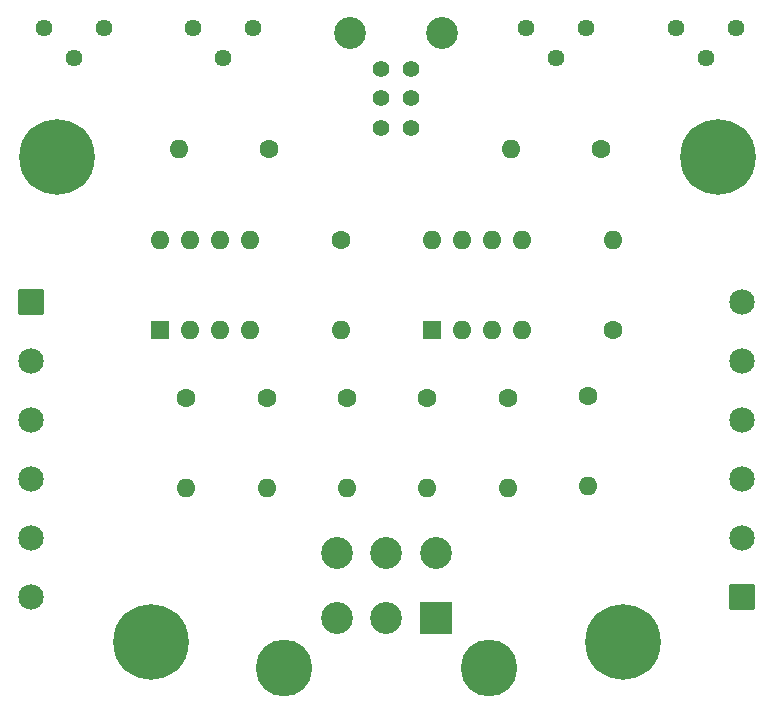
<source format=gts>
%TF.GenerationSoftware,KiCad,Pcbnew,8.0.3*%
%TF.CreationDate,2024-07-01T16:11:11-07:00*%
%TF.ProjectId,gofaster,676f6661-7374-4657-922e-6b696361645f,rev?*%
%TF.SameCoordinates,Original*%
%TF.FileFunction,Soldermask,Top*%
%TF.FilePolarity,Negative*%
%FSLAX46Y46*%
G04 Gerber Fmt 4.6, Leading zero omitted, Abs format (unit mm)*
G04 Created by KiCad (PCBNEW 8.0.3) date 2024-07-01 16:11:11*
%MOMM*%
%LPD*%
G01*
G04 APERTURE LIST*
G04 Aperture macros list*
%AMRoundRect*
0 Rectangle with rounded corners*
0 $1 Rounding radius*
0 $2 $3 $4 $5 $6 $7 $8 $9 X,Y pos of 4 corners*
0 Add a 4 corners polygon primitive as box body*
4,1,4,$2,$3,$4,$5,$6,$7,$8,$9,$2,$3,0*
0 Add four circle primitives for the rounded corners*
1,1,$1+$1,$2,$3*
1,1,$1+$1,$4,$5*
1,1,$1+$1,$6,$7*
1,1,$1+$1,$8,$9*
0 Add four rect primitives between the rounded corners*
20,1,$1+$1,$2,$3,$4,$5,0*
20,1,$1+$1,$4,$5,$6,$7,0*
20,1,$1+$1,$6,$7,$8,$9,0*
20,1,$1+$1,$8,$9,$2,$3,0*%
G04 Aperture macros list end*
%ADD10C,1.600000*%
%ADD11O,1.600000X1.600000*%
%ADD12C,1.440000*%
%ADD13RoundRect,0.102000X-0.975000X0.975000X-0.975000X-0.975000X0.975000X-0.975000X0.975000X0.975000X0*%
%ADD14C,2.154000*%
%ADD15R,1.600000X1.600000*%
%ADD16R,2.700000X2.700000*%
%ADD17C,2.700000*%
%ADD18C,4.800000*%
%ADD19C,1.400000*%
%ADD20C,6.400000*%
%ADD21RoundRect,0.102000X0.975000X-0.975000X0.975000X0.975000X-0.975000X0.975000X-0.975000X-0.975000X0*%
G04 APERTURE END LIST*
D10*
%TO.C,R26*%
X154100000Y-128630000D03*
D11*
X154100000Y-121010000D03*
%TD*%
D12*
%TO.C,R15*%
X118590000Y-103000000D03*
X121130000Y-105540000D03*
X123670000Y-103000000D03*
%TD*%
D13*
%TO.C,J3*%
X104852382Y-126200000D03*
D14*
X104852382Y-131200000D03*
X104852382Y-136200000D03*
X104852382Y-141200000D03*
X104852382Y-146200000D03*
X104852382Y-151200000D03*
%TD*%
D15*
%TO.C,U2*%
X138800000Y-128620000D03*
D11*
X141340000Y-128620000D03*
X143880000Y-128620000D03*
X146420000Y-128620000D03*
X146420000Y-121000000D03*
X143880000Y-121000000D03*
X141340000Y-121000000D03*
X138800000Y-121000000D03*
%TD*%
D10*
%TO.C,R24*%
X152000000Y-134190000D03*
D11*
X152000000Y-141810000D03*
%TD*%
D15*
%TO.C,U1*%
X115800000Y-128620000D03*
D11*
X118340000Y-128620000D03*
X120880000Y-128620000D03*
X123420000Y-128620000D03*
X123420000Y-121000000D03*
X120880000Y-121000000D03*
X118340000Y-121000000D03*
X115800000Y-121000000D03*
%TD*%
D10*
%TO.C,R11*%
X118000000Y-134380000D03*
D11*
X118000000Y-142000000D03*
%TD*%
D12*
%TO.C,R12*%
X105920000Y-103000000D03*
X108460000Y-105540000D03*
X111000000Y-103000000D03*
%TD*%
%TO.C,R25*%
X159450000Y-103000000D03*
X161990000Y-105540000D03*
X164530000Y-103000000D03*
%TD*%
D16*
%TO.C,J2*%
X139126191Y-153000000D03*
D17*
X139126191Y-147500000D03*
X134926191Y-153000000D03*
X134926191Y-147500000D03*
X130726191Y-153000000D03*
X130726191Y-147500000D03*
D18*
X126226191Y-157200000D03*
X143626191Y-157200000D03*
%TD*%
D19*
%TO.C,SW1*%
X134500000Y-106500000D03*
X134500000Y-109000000D03*
X134500000Y-111500000D03*
X137000000Y-106500000D03*
X137000000Y-109000000D03*
X137000000Y-111500000D03*
D17*
X139650000Y-103450000D03*
X131850000Y-103450000D03*
%TD*%
D20*
%TO.C,REF\u002A\u002A*%
X163000000Y-114000000D03*
%TD*%
D10*
%TO.C,R17*%
X124950000Y-113300000D03*
D11*
X117330000Y-113300000D03*
%TD*%
D10*
%TO.C,R16*%
X131100000Y-121010000D03*
D11*
X131100000Y-128630000D03*
%TD*%
D10*
%TO.C,R21*%
X138400000Y-134380000D03*
D11*
X138400000Y-142000000D03*
%TD*%
D20*
%TO.C,REF\u002A\u002A*%
X107000000Y-114000000D03*
%TD*%
D21*
%TO.C,J1*%
X165000000Y-151200000D03*
D14*
X165000000Y-146200000D03*
X165000000Y-141200000D03*
X165000000Y-136200000D03*
X165000000Y-131200000D03*
X165000000Y-126200000D03*
%TD*%
D12*
%TO.C,R22*%
X146780000Y-103000000D03*
X149320000Y-105540000D03*
X151860000Y-103000000D03*
%TD*%
D20*
%TO.C,REF\u002A\u002A*%
X115000000Y-155000000D03*
%TD*%
D10*
%TO.C,R14*%
X131600000Y-134380000D03*
D11*
X131600000Y-142000000D03*
%TD*%
D10*
%TO.C,R27*%
X153140000Y-113300000D03*
D11*
X145520000Y-113300000D03*
%TD*%
D20*
%TO.C,REF\u002A\u002A*%
X155000000Y-155000000D03*
%TD*%
D10*
%TO.C,R23*%
X145200000Y-134380000D03*
D11*
X145200000Y-142000000D03*
%TD*%
D10*
%TO.C,R13*%
X124800000Y-134380000D03*
D11*
X124800000Y-142000000D03*
%TD*%
M02*

</source>
